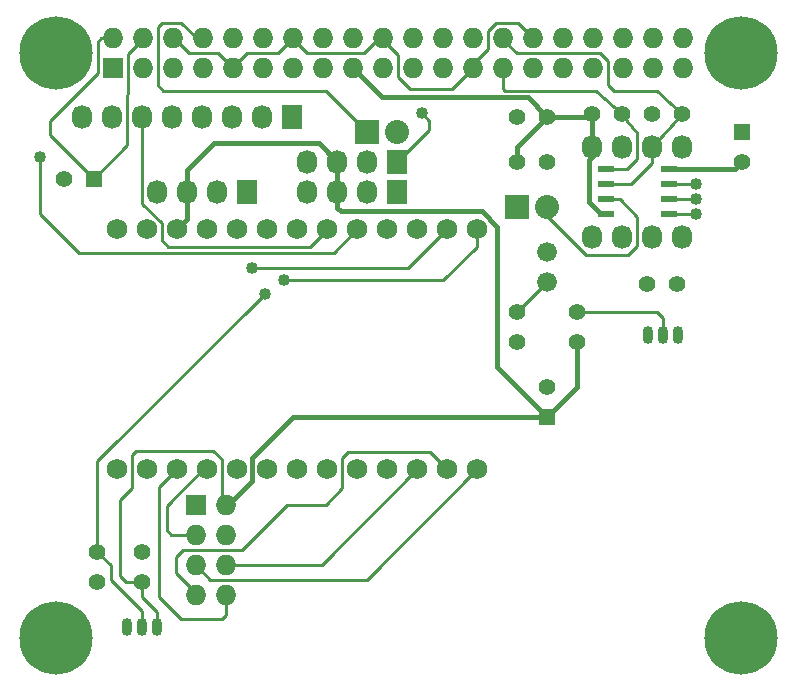
<source format=gtl>
G04 #@! TF.FileFunction,Copper,L1,Top,Signal*
%FSLAX46Y46*%
G04 Gerber Fmt 4.6, Leading zero omitted, Abs format (unit mm)*
G04 Created by KiCad (PCBNEW (2014-11-22 BZR 5299)-product) date Sun 01 Mar 2015 05:03:53 PM EST*
%MOMM*%
G01*
G04 APERTURE LIST*
%ADD10C,0.150000*%
%ADD11C,1.727200*%
%ADD12O,1.727200X2.032000*%
%ADD13C,6.200000*%
%ADD14C,1.397000*%
%ADD15R,1.397000X1.397000*%
%ADD16C,1.676400*%
%ADD17R,1.727200X1.727200*%
%ADD18O,1.727200X1.727200*%
%ADD19R,1.727200X2.032000*%
%ADD20R,2.032000X2.032000*%
%ADD21O,2.032000X2.032000*%
%ADD22R,1.399540X0.599440*%
%ADD23O,0.899160X1.501140*%
%ADD24C,1.016000*%
%ADD25C,0.381000*%
%ADD26C,0.254000*%
G04 APERTURE END LIST*
D10*
D11*
X67691000Y-102235000D03*
X70231000Y-102235000D03*
X72771000Y-102235000D03*
X75311000Y-102235000D03*
X77851000Y-102235000D03*
X80391000Y-102235000D03*
X82931000Y-102235000D03*
X85471000Y-102235000D03*
X88011000Y-102235000D03*
X90551000Y-102235000D03*
X93091000Y-102235000D03*
X95631000Y-102235000D03*
X98171000Y-102235000D03*
X98171000Y-81915000D03*
X95631000Y-81915000D03*
X93091000Y-81915000D03*
X90551000Y-81915000D03*
X88011000Y-81915000D03*
X85471000Y-81915000D03*
X82931000Y-81915000D03*
X80391000Y-81915000D03*
X77851000Y-81915000D03*
X75311000Y-81915000D03*
X72771000Y-81915000D03*
X70231000Y-81915000D03*
X67691000Y-81915000D03*
D12*
X107950000Y-82550000D03*
X110490000Y-82550000D03*
X113030000Y-82550000D03*
X115570000Y-82550000D03*
X115570000Y-74930000D03*
X113030000Y-74930000D03*
X110490000Y-74930000D03*
X107950000Y-74930000D03*
D13*
X62500000Y-67000000D03*
X62500000Y-116500000D03*
X120500000Y-116500000D03*
X120500000Y-67000000D03*
D14*
X104140000Y-72390000D03*
X101600000Y-72390000D03*
X69850000Y-111760000D03*
X69850000Y-109220000D03*
D15*
X120650000Y-73660000D03*
D14*
X120650000Y-76200000D03*
D15*
X65760600Y-77622400D03*
D14*
X63220600Y-77622400D03*
X66040000Y-109220000D03*
X66040000Y-111760000D03*
D15*
X104140000Y-97790000D03*
D14*
X104140000Y-95250000D03*
X112547400Y-86563200D03*
X115087400Y-86563200D03*
D16*
X104140000Y-86360000D03*
X104140000Y-83820000D03*
D17*
X67370000Y-68270000D03*
D18*
X67370000Y-65730000D03*
X69910000Y-68270000D03*
X69910000Y-65730000D03*
X72450000Y-68270000D03*
X72450000Y-65730000D03*
X74990000Y-68270000D03*
X74990000Y-65730000D03*
X77530000Y-68270000D03*
X77530000Y-65730000D03*
X80070000Y-68270000D03*
X80070000Y-65730000D03*
X82610000Y-68270000D03*
X82610000Y-65730000D03*
X85150000Y-68270000D03*
X85150000Y-65730000D03*
X87690000Y-68270000D03*
X87690000Y-65730000D03*
X90230000Y-68270000D03*
X90230000Y-65730000D03*
X92770000Y-68270000D03*
X92770000Y-65730000D03*
X95310000Y-68270000D03*
X95310000Y-65730000D03*
X97850000Y-68270000D03*
X97850000Y-65730000D03*
X100390000Y-68270000D03*
X100390000Y-65730000D03*
X102930000Y-68270000D03*
X102930000Y-65730000D03*
X105470000Y-68270000D03*
X105470000Y-65730000D03*
X108010000Y-68270000D03*
X108010000Y-65730000D03*
X110550000Y-68270000D03*
X110550000Y-65730000D03*
X113090000Y-68270000D03*
X113090000Y-65730000D03*
X115630000Y-68270000D03*
X115630000Y-65730000D03*
D19*
X78740000Y-78740000D03*
D12*
X76200000Y-78740000D03*
X73660000Y-78740000D03*
X71120000Y-78740000D03*
D19*
X91440000Y-78740000D03*
D12*
X88900000Y-78740000D03*
X86360000Y-78740000D03*
X83820000Y-78740000D03*
D20*
X88900000Y-73660000D03*
D21*
X91440000Y-73660000D03*
D19*
X91440000Y-76200000D03*
D12*
X88900000Y-76200000D03*
X86360000Y-76200000D03*
X83820000Y-76200000D03*
D19*
X82550000Y-72390000D03*
D12*
X80010000Y-72390000D03*
X77470000Y-72390000D03*
X74930000Y-72390000D03*
X72390000Y-72390000D03*
X69850000Y-72390000D03*
X67310000Y-72390000D03*
X64770000Y-72390000D03*
D20*
X101600000Y-80010000D03*
D21*
X104140000Y-80010000D03*
D14*
X113030000Y-72136000D03*
X115570000Y-72136000D03*
X107950000Y-72136000D03*
X110490000Y-72136000D03*
X101600000Y-76200000D03*
X104140000Y-76200000D03*
X106680000Y-91440000D03*
X106680000Y-88900000D03*
X101600000Y-91440000D03*
X101600000Y-88900000D03*
D22*
X109093000Y-80645000D03*
X114427000Y-80645000D03*
X109093000Y-79375000D03*
X109093000Y-78105000D03*
X109093000Y-76835000D03*
X114427000Y-79375000D03*
X114427000Y-78105000D03*
X114427000Y-76835000D03*
D23*
X113893600Y-90881200D03*
X112623600Y-90881200D03*
X115163600Y-90881200D03*
X69850000Y-115570000D03*
X68580000Y-115570000D03*
X71120000Y-115570000D03*
D17*
X74396600Y-105206800D03*
D18*
X76936600Y-105206800D03*
X74396600Y-107746800D03*
X76936600Y-107746800D03*
X74396600Y-110286800D03*
X76936600Y-110286800D03*
X74396600Y-112826800D03*
X76936600Y-112826800D03*
D24*
X116713000Y-80645000D03*
X116713000Y-79375000D03*
X116713000Y-78105000D03*
X80213200Y-87350600D03*
X61163200Y-75768200D03*
X81838800Y-86233000D03*
X79146400Y-85191600D03*
X93497400Y-72059800D03*
D25*
X87690000Y-68270000D02*
X87701000Y-68270000D01*
X87701000Y-68270000D02*
X90170002Y-70739002D01*
X90170002Y-70739002D02*
X102489002Y-70739002D01*
X102489002Y-70739002D02*
X104140000Y-72390000D01*
X104140000Y-72390000D02*
X107696000Y-72390000D01*
X107696000Y-72390000D02*
X107950000Y-72136000D01*
X107950000Y-74930000D02*
X107950000Y-75819000D01*
X107950000Y-75819000D02*
X107696000Y-76073000D01*
X107696000Y-79629000D02*
X108712000Y-80645000D01*
X107696000Y-76073000D02*
X107696000Y-79629000D01*
X108712000Y-80645000D02*
X109093000Y-80645000D01*
X101600000Y-76200000D02*
X101600000Y-74930000D01*
X101600000Y-74930000D02*
X104140000Y-72390000D01*
X107950000Y-74930000D02*
X107950000Y-72136000D01*
X113030000Y-72136000D02*
X113030000Y-72009000D01*
D26*
X90230000Y-65730000D02*
X90230000Y-65846000D01*
X90230000Y-65846000D02*
X91503500Y-67119500D01*
X96079500Y-70040500D02*
X97850000Y-68270000D01*
X92519500Y-70040500D02*
X96079500Y-70040500D01*
X91503500Y-69024500D02*
X92519500Y-70040500D01*
X91503500Y-67119500D02*
X91503500Y-69024500D01*
X77530000Y-68270000D02*
X77530000Y-68139000D01*
X77530000Y-68139000D02*
X78676500Y-66992500D01*
X81347500Y-66992500D02*
X82610000Y-65730000D01*
X78676500Y-66992500D02*
X81347500Y-66992500D01*
X82610000Y-65730000D02*
X82610000Y-65782500D01*
X82610000Y-65782500D02*
X83820000Y-66992500D01*
X83820000Y-66992500D02*
X88646000Y-66992500D01*
X88646000Y-66992500D02*
X89908500Y-65730000D01*
X89908500Y-65730000D02*
X90230000Y-65730000D01*
X72450000Y-65730000D02*
X72524500Y-65730000D01*
X72524500Y-65730000D02*
X73787000Y-66992500D01*
X76252500Y-66992500D02*
X77530000Y-68270000D01*
X73787000Y-66992500D02*
X76252500Y-66992500D01*
X97850000Y-68270000D02*
X97850000Y-67948500D01*
X97850000Y-67948500D02*
X99123500Y-66675000D01*
X99123500Y-66675000D02*
X99123500Y-65151000D01*
X99123500Y-65151000D02*
X99822000Y-64452500D01*
X99822000Y-64452500D02*
X101652500Y-64452500D01*
X101652500Y-64452500D02*
X102930000Y-65730000D01*
X114427000Y-80645000D02*
X116713000Y-80645000D01*
X114427000Y-79375000D02*
X116713000Y-79375000D01*
X114427000Y-78105000D02*
X116713000Y-78105000D01*
D25*
X114427000Y-76835000D02*
X120015000Y-76835000D01*
X120015000Y-76835000D02*
X120650000Y-76200000D01*
D26*
X66040000Y-77343000D02*
X65760600Y-77622400D01*
X67370000Y-65730000D02*
X66629400Y-65730000D01*
X66375400Y-65730000D02*
X66090800Y-66014600D01*
X66090800Y-66014600D02*
X66090800Y-68656200D01*
X66090800Y-68656200D02*
X62052200Y-72694800D01*
X62052200Y-72694800D02*
X62052200Y-73914000D01*
X62052200Y-73914000D02*
X65760600Y-77622400D01*
X67370000Y-65730000D02*
X66375400Y-65730000D01*
X68580000Y-74803000D02*
X65760600Y-77622400D01*
X68580000Y-70510400D02*
X68580000Y-74803000D01*
X68630800Y-70459600D02*
X68580000Y-70510400D01*
X68630800Y-67030600D02*
X68630800Y-70459600D01*
X69910000Y-65751400D02*
X68630800Y-67030600D01*
X69910000Y-65730000D02*
X69910000Y-65751400D01*
X69850000Y-114236500D02*
X67183000Y-111569500D01*
X67183000Y-111569500D02*
X67183000Y-110363000D01*
X67183000Y-110363000D02*
X66040000Y-109220000D01*
X69850000Y-115570000D02*
X69850000Y-114236500D01*
X80213200Y-87350600D02*
X66040000Y-101523800D01*
X66040000Y-101523800D02*
X66040000Y-109220000D01*
D25*
X104140000Y-97790000D02*
X106680000Y-95250000D01*
X106680000Y-95250000D02*
X106680000Y-91440000D01*
X73660000Y-81026000D02*
X72771000Y-81915000D01*
X73660000Y-78740000D02*
X73660000Y-81026000D01*
X86360000Y-76200000D02*
X86360000Y-78740000D01*
X73660000Y-76885800D02*
X75920600Y-74625200D01*
X75920600Y-74625200D02*
X84785200Y-74625200D01*
X84785200Y-74625200D02*
X86360000Y-76200000D01*
X73660000Y-78740000D02*
X73660000Y-76885800D01*
X86360000Y-80060800D02*
X86690200Y-80391000D01*
X86690200Y-80391000D02*
X98602800Y-80391000D01*
X98602800Y-80391000D02*
X99898200Y-81686400D01*
X99898200Y-81686400D02*
X99898200Y-93548200D01*
X99898200Y-93548200D02*
X104140000Y-97790000D01*
X86360000Y-78740000D02*
X86360000Y-80060800D01*
X82575400Y-97790000D02*
X104140000Y-97790000D01*
X79121000Y-101244400D02*
X82575400Y-97790000D01*
X79121000Y-103225600D02*
X79121000Y-101244400D01*
X77139800Y-105206800D02*
X79121000Y-103225600D01*
X76936600Y-105206800D02*
X77139800Y-105206800D01*
D26*
X76581000Y-104851200D02*
X76936600Y-105206800D01*
X68503800Y-111760000D02*
X67995800Y-111252000D01*
X67995800Y-111252000D02*
X67995800Y-104800400D01*
X67995800Y-104800400D02*
X68961000Y-103835200D01*
X68961000Y-103835200D02*
X68961000Y-101015800D01*
X68961000Y-101015800D02*
X69316600Y-100660200D01*
X69316600Y-100660200D02*
X75869800Y-100660200D01*
X75869800Y-100660200D02*
X76581000Y-101371400D01*
X76581000Y-101371400D02*
X76581000Y-104851200D01*
X69850000Y-111760000D02*
X68503800Y-111760000D01*
X69850000Y-113030000D02*
X71120000Y-114300000D01*
X71120000Y-114300000D02*
X71120000Y-115570000D01*
X69850000Y-111760000D02*
X69850000Y-113030000D01*
X101600000Y-88900000D02*
X104140000Y-86360000D01*
X67310000Y-72390000D02*
X67716400Y-72390000D01*
X86055200Y-83870800D02*
X64465200Y-83870800D01*
X64465200Y-83870800D02*
X61163200Y-80568800D01*
X61163200Y-80568800D02*
X61163200Y-75768200D01*
X88011000Y-81915000D02*
X86055200Y-83870800D01*
X69850000Y-72390000D02*
X70307200Y-72390000D01*
X69850000Y-79730600D02*
X69850000Y-72390000D01*
X71501000Y-81381600D02*
X69850000Y-79730600D01*
X71501000Y-82804000D02*
X71501000Y-81381600D01*
X72059798Y-83362798D02*
X71501000Y-82804000D01*
X84048602Y-83362798D02*
X72059798Y-83362798D01*
X85471000Y-81940400D02*
X84048602Y-83362798D01*
X85471000Y-81915000D02*
X85471000Y-81940400D01*
X85394800Y-70154800D02*
X88900000Y-73660000D01*
X71628000Y-70154800D02*
X85394800Y-70154800D01*
X71170800Y-69697600D02*
X71628000Y-70154800D01*
X71170800Y-64795400D02*
X71170800Y-69697600D01*
X71551800Y-64414400D02*
X71170800Y-64795400D01*
X73126600Y-64414400D02*
X71551800Y-64414400D01*
X74442200Y-65730000D02*
X73126600Y-64414400D01*
X74990000Y-65730000D02*
X74442200Y-65730000D01*
X100390000Y-68270000D02*
X100390000Y-70037000D01*
X108267500Y-70167500D02*
X110490000Y-72136000D01*
X100520500Y-70167500D02*
X108267500Y-70167500D01*
X100390000Y-70037000D02*
X100520500Y-70167500D01*
X110490000Y-72136000D02*
X110490000Y-72199500D01*
X110490000Y-72199500D02*
X111760000Y-73723500D01*
X111760000Y-73723500D02*
X111760000Y-75946000D01*
X111760000Y-75946000D02*
X110871000Y-76835000D01*
X110871000Y-76835000D02*
X109093000Y-76835000D01*
X100390000Y-65730000D02*
X100390000Y-65846000D01*
X100390000Y-65846000D02*
X101536500Y-66992500D01*
X113411000Y-70231000D02*
X115570000Y-72136000D01*
X109791500Y-70231000D02*
X113411000Y-70231000D01*
X109283500Y-69723000D02*
X109791500Y-70231000D01*
X109283500Y-67691000D02*
X109283500Y-69723000D01*
X108585000Y-66992500D02*
X109283500Y-67691000D01*
X101536500Y-66992500D02*
X108585000Y-66992500D01*
X113030000Y-74930000D02*
X113030000Y-76327000D01*
X111252000Y-78105000D02*
X109093000Y-78105000D01*
X113030000Y-76327000D02*
X111252000Y-78105000D01*
X115570000Y-72136000D02*
X113030000Y-74930000D01*
X98171000Y-83362800D02*
X95300800Y-86233000D01*
X95300800Y-86233000D02*
X81838800Y-86233000D01*
X98171000Y-81915000D02*
X98171000Y-83362800D01*
X92329000Y-85217000D02*
X95631000Y-81915000D01*
X79171800Y-85217000D02*
X92329000Y-85217000D01*
X79146400Y-85191600D02*
X79171800Y-85217000D01*
X93497400Y-72059800D02*
X94132400Y-72694800D01*
X94132400Y-72694800D02*
X94132400Y-73507600D01*
X94132400Y-73507600D02*
X91440000Y-76200000D01*
X104140000Y-80010000D02*
X104140000Y-80772000D01*
X104140000Y-80772000D02*
X107442000Y-84074000D01*
X110299500Y-79375000D02*
X109093000Y-79375000D01*
X111760000Y-80835500D02*
X110299500Y-79375000D01*
X111760000Y-83312000D02*
X111760000Y-80835500D01*
X110998000Y-84074000D02*
X111760000Y-83312000D01*
X107442000Y-84074000D02*
X110998000Y-84074000D01*
X75006200Y-102235000D02*
X75311000Y-102235000D01*
X72313800Y-107746800D02*
X71932800Y-107365800D01*
X71932800Y-107365800D02*
X71932800Y-105308400D01*
X71932800Y-105308400D02*
X75006200Y-102235000D01*
X74396600Y-107746800D02*
X72313800Y-107746800D01*
X88849200Y-111556800D02*
X98171000Y-102235000D01*
X75615800Y-111556800D02*
X88849200Y-111556800D01*
X74396600Y-110337600D02*
X75615800Y-111556800D01*
X74396600Y-110286800D02*
X74396600Y-110337600D01*
X85039200Y-110286800D02*
X93091000Y-102235000D01*
X76936600Y-110286800D02*
X85039200Y-110286800D01*
X74396600Y-112826800D02*
X74396600Y-112750600D01*
X72669400Y-110972600D02*
X72669400Y-109677200D01*
X72669400Y-109677200D02*
X73329800Y-109016800D01*
X73329800Y-109016800D02*
X78308200Y-109016800D01*
X78308200Y-109016800D02*
X82118200Y-105206800D01*
X82118200Y-105206800D02*
X85369400Y-105206800D01*
X85369400Y-105206800D02*
X86741000Y-103835200D01*
X86741000Y-103835200D02*
X86741000Y-101269800D01*
X86741000Y-101269800D02*
X87223600Y-100787200D01*
X87223600Y-100787200D02*
X94183200Y-100787200D01*
X94183200Y-100787200D02*
X95631000Y-102235000D01*
X74396600Y-112699800D02*
X72669400Y-110972600D01*
X74396600Y-112826800D02*
X74396600Y-112699800D01*
X76936600Y-114579400D02*
X76581000Y-114935000D01*
X76581000Y-114935000D02*
X73126600Y-114935000D01*
X73126600Y-114935000D02*
X71247000Y-113055400D01*
X71247000Y-113055400D02*
X71247000Y-103759000D01*
X71247000Y-103759000D02*
X72771000Y-102235000D01*
X76936600Y-112826800D02*
X76936600Y-114579400D01*
X106680000Y-88900000D02*
X107111800Y-88900000D01*
X113893600Y-89408000D02*
X113385600Y-88900000D01*
X113385600Y-88900000D02*
X106680000Y-88900000D01*
X113893600Y-90881200D02*
X113893600Y-89408000D01*
M02*

</source>
